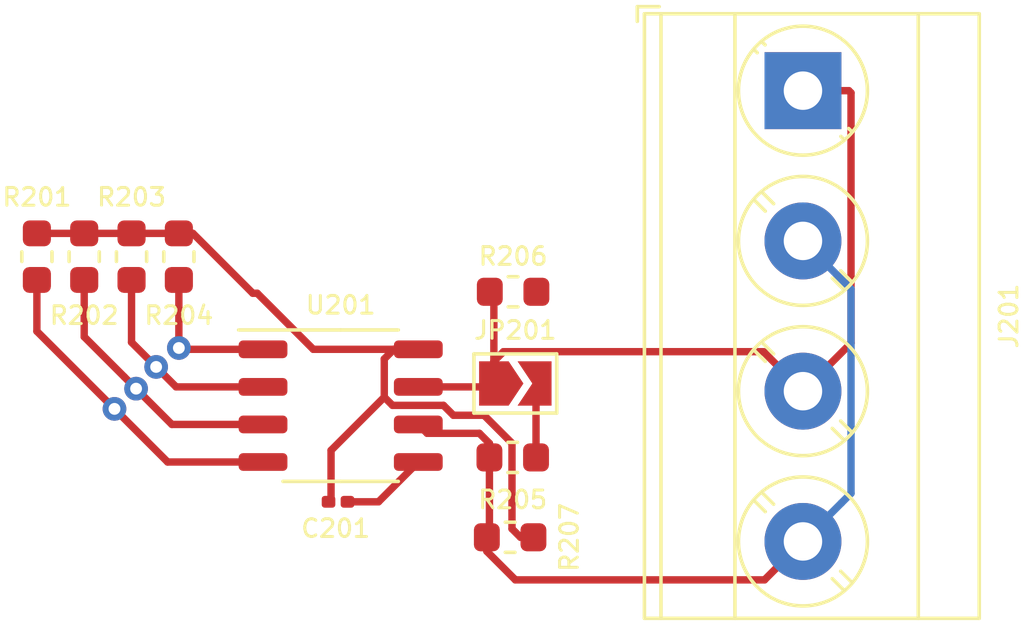
<source format=kicad_pcb>
(kicad_pcb (version 20171130) (host pcbnew 5.1.5+dfsg1-2build2)

  (general
    (thickness 1.6)
    (drawings 0)
    (tracks 75)
    (zones 0)
    (modules 11)
    (nets 10)
  )

  (page A4)
  (layers
    (0 F.Cu signal)
    (31 B.Cu signal)
    (32 B.Adhes user)
    (33 F.Adhes user)
    (34 B.Paste user)
    (35 F.Paste user)
    (36 B.SilkS user)
    (37 F.SilkS user)
    (38 B.Mask user)
    (39 F.Mask user)
    (40 Dwgs.User user)
    (41 Cmts.User user)
    (42 Eco1.User user)
    (43 Eco2.User user)
    (44 Edge.Cuts user)
    (45 Margin user)
    (46 B.CrtYd user)
    (47 F.CrtYd user)
    (48 B.Fab user)
    (49 F.Fab user hide)
  )

  (setup
    (last_trace_width 0.25)
    (trace_clearance 0.2)
    (zone_clearance 0.508)
    (zone_45_only no)
    (trace_min 0.2)
    (via_size 0.8)
    (via_drill 0.4)
    (via_min_size 0.4)
    (via_min_drill 0.3)
    (uvia_size 0.3)
    (uvia_drill 0.1)
    (uvias_allowed no)
    (uvia_min_size 0.2)
    (uvia_min_drill 0.1)
    (edge_width 0.05)
    (segment_width 0.2)
    (pcb_text_width 0.3)
    (pcb_text_size 1.5 1.5)
    (mod_edge_width 0.12)
    (mod_text_size 0.6 0.6)
    (mod_text_width 0.1)
    (pad_size 1.524 1.524)
    (pad_drill 0.762)
    (pad_to_mask_clearance 0.051)
    (solder_mask_min_width 0.25)
    (aux_axis_origin 0 0)
    (visible_elements FFFFFF7F)
    (pcbplotparams
      (layerselection 0x010fc_ffffffff)
      (usegerberextensions false)
      (usegerberattributes false)
      (usegerberadvancedattributes false)
      (creategerberjobfile false)
      (excludeedgelayer true)
      (linewidth 0.100000)
      (plotframeref false)
      (viasonmask false)
      (mode 1)
      (useauxorigin false)
      (hpglpennumber 1)
      (hpglpenspeed 20)
      (hpglpendiameter 15.000000)
      (psnegative false)
      (psa4output false)
      (plotreference true)
      (plotvalue true)
      (plotinvisibletext false)
      (padsonsilk false)
      (subtractmaskfromsilk false)
      (outputformat 1)
      (mirror false)
      (drillshape 1)
      (scaleselection 1)
      (outputdirectory ""))
  )

  (net 0 "")
  (net 1 GND)
  (net 2 +5V)
  (net 3 "Net-(J201-Pad2)")
  (net 4 "Net-(J201-Pad1)")
  (net 5 "Net-(JP201-Pad2)")
  (net 6 /testestestest/Driver_in)
  (net 7 /testestestest/Driver_enable)
  (net 8 /testestestest/Reciever_enable)
  (net 9 /testestestest/Reciever_out)

  (net_class Default "This is the default net class."
    (clearance 0.2)
    (trace_width 0.25)
    (via_dia 0.8)
    (via_drill 0.4)
    (uvia_dia 0.3)
    (uvia_drill 0.1)
    (add_net +5V)
    (add_net /testestestest/Driver_enable)
    (add_net /testestestest/Driver_in)
    (add_net /testestestest/Reciever_enable)
    (add_net /testestestest/Reciever_out)
    (add_net GND)
    (add_net "Net-(J201-Pad1)")
    (add_net "Net-(J201-Pad2)")
    (add_net "Net-(JP201-Pad2)")
  )

  (module Package_SO:SOP-8_3.9x4.9mm_P1.27mm (layer F.Cu) (tedit 5D9F72B1) (tstamp 606BF3FB)
    (at 195.97 75.75)
    (descr "SOP, 8 Pin (http://www.macronix.com/Lists/Datasheet/Attachments/7534/MX25R3235F,%20Wide%20Range,%2032Mb,%20v1.6.pdf#page=79), generated with kicad-footprint-generator ipc_gullwing_generator.py")
    (tags "SOP SO")
    (path /606F1EAE/606F5225)
    (attr smd)
    (fp_text reference U201 (at 0 -3.4) (layer F.SilkS)
      (effects (font (size 0.6 0.6) (thickness 0.1)))
    )
    (fp_text value MAX485E (at 0 3.4) (layer F.Fab)
      (effects (font (size 0.6 0.6) (thickness 0.1)))
    )
    (fp_text user %R (at 0 0) (layer F.Fab)
      (effects (font (size 0.6 0.6) (thickness 0.1)))
    )
    (fp_line (start 3.7 -2.7) (end -3.7 -2.7) (layer F.CrtYd) (width 0.05))
    (fp_line (start 3.7 2.7) (end 3.7 -2.7) (layer F.CrtYd) (width 0.05))
    (fp_line (start -3.7 2.7) (end 3.7 2.7) (layer F.CrtYd) (width 0.05))
    (fp_line (start -3.7 -2.7) (end -3.7 2.7) (layer F.CrtYd) (width 0.05))
    (fp_line (start -1.95 -1.475) (end -0.975 -2.45) (layer F.Fab) (width 0.1))
    (fp_line (start -1.95 2.45) (end -1.95 -1.475) (layer F.Fab) (width 0.1))
    (fp_line (start 1.95 2.45) (end -1.95 2.45) (layer F.Fab) (width 0.1))
    (fp_line (start 1.95 -2.45) (end 1.95 2.45) (layer F.Fab) (width 0.1))
    (fp_line (start -0.975 -2.45) (end 1.95 -2.45) (layer F.Fab) (width 0.1))
    (fp_line (start 0 -2.56) (end -3.45 -2.56) (layer F.SilkS) (width 0.12))
    (fp_line (start 0 -2.56) (end 1.95 -2.56) (layer F.SilkS) (width 0.12))
    (fp_line (start 0 2.56) (end -1.95 2.56) (layer F.SilkS) (width 0.12))
    (fp_line (start 0 2.56) (end 1.95 2.56) (layer F.SilkS) (width 0.12))
    (pad 8 smd roundrect (at 2.625 -1.905) (size 1.65 0.6) (layers F.Cu F.Paste F.Mask) (roundrect_rratio 0.25)
      (net 2 +5V))
    (pad 7 smd roundrect (at 2.625 -0.635) (size 1.65 0.6) (layers F.Cu F.Paste F.Mask) (roundrect_rratio 0.25)
      (net 4 "Net-(J201-Pad1)"))
    (pad 6 smd roundrect (at 2.625 0.635) (size 1.65 0.6) (layers F.Cu F.Paste F.Mask) (roundrect_rratio 0.25)
      (net 3 "Net-(J201-Pad2)"))
    (pad 5 smd roundrect (at 2.625 1.905) (size 1.65 0.6) (layers F.Cu F.Paste F.Mask) (roundrect_rratio 0.25)
      (net 1 GND))
    (pad 4 smd roundrect (at -2.625 1.905) (size 1.65 0.6) (layers F.Cu F.Paste F.Mask) (roundrect_rratio 0.25)
      (net 6 /testestestest/Driver_in))
    (pad 3 smd roundrect (at -2.625 0.635) (size 1.65 0.6) (layers F.Cu F.Paste F.Mask) (roundrect_rratio 0.25)
      (net 7 /testestestest/Driver_enable))
    (pad 2 smd roundrect (at -2.625 -0.635) (size 1.65 0.6) (layers F.Cu F.Paste F.Mask) (roundrect_rratio 0.25)
      (net 8 /testestestest/Reciever_enable))
    (pad 1 smd roundrect (at -2.625 -1.905) (size 1.65 0.6) (layers F.Cu F.Paste F.Mask) (roundrect_rratio 0.25)
      (net 9 /testestestest/Reciever_out))
    (model ${KISYS3DMOD}/Package_SO.3dshapes/SOP-8_3.9x4.9mm_P1.27mm.wrl
      (at (xyz 0 0 0))
      (scale (xyz 1 1 1))
      (rotate (xyz 0 0 0))
    )
  )

  (module Resistor_SMD:R_0603_1608Metric (layer F.Cu) (tedit 5B301BBD) (tstamp 606BF236)
    (at 201.7 80.2)
    (descr "Resistor SMD 0603 (1608 Metric), square (rectangular) end terminal, IPC_7351 nominal, (Body size source: http://www.tortai-tech.com/upload/download/2011102023233369053.pdf), generated with kicad-footprint-generator")
    (tags resistor)
    (path /606F1EAE/606F524D)
    (attr smd)
    (fp_text reference R207 (at 2 0 90) (layer F.SilkS)
      (effects (font (size 0.6 0.6) (thickness 0.1)))
    )
    (fp_text value 20K (at 0 1.43) (layer F.Fab)
      (effects (font (size 0.6 0.6) (thickness 0.1)))
    )
    (fp_text user %R (at 0 0) (layer F.Fab)
      (effects (font (size 0.6 0.6) (thickness 0.1)))
    )
    (fp_line (start 1.48 0.73) (end -1.48 0.73) (layer F.CrtYd) (width 0.05))
    (fp_line (start 1.48 -0.73) (end 1.48 0.73) (layer F.CrtYd) (width 0.05))
    (fp_line (start -1.48 -0.73) (end 1.48 -0.73) (layer F.CrtYd) (width 0.05))
    (fp_line (start -1.48 0.73) (end -1.48 -0.73) (layer F.CrtYd) (width 0.05))
    (fp_line (start -0.162779 0.51) (end 0.162779 0.51) (layer F.SilkS) (width 0.12))
    (fp_line (start -0.162779 -0.51) (end 0.162779 -0.51) (layer F.SilkS) (width 0.12))
    (fp_line (start 0.8 0.4) (end -0.8 0.4) (layer F.Fab) (width 0.1))
    (fp_line (start 0.8 -0.4) (end 0.8 0.4) (layer F.Fab) (width 0.1))
    (fp_line (start -0.8 -0.4) (end 0.8 -0.4) (layer F.Fab) (width 0.1))
    (fp_line (start -0.8 0.4) (end -0.8 -0.4) (layer F.Fab) (width 0.1))
    (pad 2 smd roundrect (at 0.7875 0) (size 0.875 0.95) (layers F.Cu F.Paste F.Mask) (roundrect_rratio 0.25)
      (net 2 +5V))
    (pad 1 smd roundrect (at -0.7875 0) (size 0.875 0.95) (layers F.Cu F.Paste F.Mask) (roundrect_rratio 0.25)
      (net 3 "Net-(J201-Pad2)"))
    (model ${KISYS3DMOD}/Resistor_SMD.3dshapes/R_0603_1608Metric.wrl
      (at (xyz 0 0 0))
      (scale (xyz 1 1 1))
      (rotate (xyz 0 0 0))
    )
  )

  (module Resistor_SMD:R_0603_1608Metric (layer F.Cu) (tedit 5B301BBD) (tstamp 606BF225)
    (at 201.8 71.9 180)
    (descr "Resistor SMD 0603 (1608 Metric), square (rectangular) end terminal, IPC_7351 nominal, (Body size source: http://www.tortai-tech.com/upload/download/2011102023233369053.pdf), generated with kicad-footprint-generator")
    (tags resistor)
    (path /606F1EAE/606F5253)
    (attr smd)
    (fp_text reference R206 (at 0 1.2) (layer F.SilkS)
      (effects (font (size 0.6 0.6) (thickness 0.1)))
    )
    (fp_text value 20K (at 0 1.43) (layer F.Fab)
      (effects (font (size 0.6 0.6) (thickness 0.1)))
    )
    (fp_text user %R (at 0 0) (layer F.Fab)
      (effects (font (size 0.6 0.6) (thickness 0.1)))
    )
    (fp_line (start 1.48 0.73) (end -1.48 0.73) (layer F.CrtYd) (width 0.05))
    (fp_line (start 1.48 -0.73) (end 1.48 0.73) (layer F.CrtYd) (width 0.05))
    (fp_line (start -1.48 -0.73) (end 1.48 -0.73) (layer F.CrtYd) (width 0.05))
    (fp_line (start -1.48 0.73) (end -1.48 -0.73) (layer F.CrtYd) (width 0.05))
    (fp_line (start -0.162779 0.51) (end 0.162779 0.51) (layer F.SilkS) (width 0.12))
    (fp_line (start -0.162779 -0.51) (end 0.162779 -0.51) (layer F.SilkS) (width 0.12))
    (fp_line (start 0.8 0.4) (end -0.8 0.4) (layer F.Fab) (width 0.1))
    (fp_line (start 0.8 -0.4) (end 0.8 0.4) (layer F.Fab) (width 0.1))
    (fp_line (start -0.8 -0.4) (end 0.8 -0.4) (layer F.Fab) (width 0.1))
    (fp_line (start -0.8 0.4) (end -0.8 -0.4) (layer F.Fab) (width 0.1))
    (pad 2 smd roundrect (at 0.7875 0 180) (size 0.875 0.95) (layers F.Cu F.Paste F.Mask) (roundrect_rratio 0.25)
      (net 4 "Net-(J201-Pad1)"))
    (pad 1 smd roundrect (at -0.7875 0 180) (size 0.875 0.95) (layers F.Cu F.Paste F.Mask) (roundrect_rratio 0.25)
      (net 1 GND))
    (model ${KISYS3DMOD}/Resistor_SMD.3dshapes/R_0603_1608Metric.wrl
      (at (xyz 0 0 0))
      (scale (xyz 1 1 1))
      (rotate (xyz 0 0 0))
    )
  )

  (module Resistor_SMD:R_0603_1608Metric (layer F.Cu) (tedit 5B301BBD) (tstamp 606BF214)
    (at 201.7875 77.5 180)
    (descr "Resistor SMD 0603 (1608 Metric), square (rectangular) end terminal, IPC_7351 nominal, (Body size source: http://www.tortai-tech.com/upload/download/2011102023233369053.pdf), generated with kicad-footprint-generator")
    (tags resistor)
    (path /606F1EAE/606F5233)
    (attr smd)
    (fp_text reference R205 (at 0 -1.43) (layer F.SilkS)
      (effects (font (size 0.6 0.6) (thickness 0.1)))
    )
    (fp_text value 120R (at 0 1.43) (layer F.Fab)
      (effects (font (size 0.6 0.6) (thickness 0.1)))
    )
    (fp_text user %R (at 0 0) (layer F.Fab)
      (effects (font (size 0.6 0.6) (thickness 0.1)))
    )
    (fp_line (start 1.48 0.73) (end -1.48 0.73) (layer F.CrtYd) (width 0.05))
    (fp_line (start 1.48 -0.73) (end 1.48 0.73) (layer F.CrtYd) (width 0.05))
    (fp_line (start -1.48 -0.73) (end 1.48 -0.73) (layer F.CrtYd) (width 0.05))
    (fp_line (start -1.48 0.73) (end -1.48 -0.73) (layer F.CrtYd) (width 0.05))
    (fp_line (start -0.162779 0.51) (end 0.162779 0.51) (layer F.SilkS) (width 0.12))
    (fp_line (start -0.162779 -0.51) (end 0.162779 -0.51) (layer F.SilkS) (width 0.12))
    (fp_line (start 0.8 0.4) (end -0.8 0.4) (layer F.Fab) (width 0.1))
    (fp_line (start 0.8 -0.4) (end 0.8 0.4) (layer F.Fab) (width 0.1))
    (fp_line (start -0.8 -0.4) (end 0.8 -0.4) (layer F.Fab) (width 0.1))
    (fp_line (start -0.8 0.4) (end -0.8 -0.4) (layer F.Fab) (width 0.1))
    (pad 2 smd roundrect (at 0.7875 0 180) (size 0.875 0.95) (layers F.Cu F.Paste F.Mask) (roundrect_rratio 0.25)
      (net 3 "Net-(J201-Pad2)"))
    (pad 1 smd roundrect (at -0.7875 0 180) (size 0.875 0.95) (layers F.Cu F.Paste F.Mask) (roundrect_rratio 0.25)
      (net 5 "Net-(JP201-Pad2)"))
    (model ${KISYS3DMOD}/Resistor_SMD.3dshapes/R_0603_1608Metric.wrl
      (at (xyz 0 0 0))
      (scale (xyz 1 1 1))
      (rotate (xyz 0 0 0))
    )
  )

  (module Resistor_SMD:R_0603_1608Metric (layer F.Cu) (tedit 5B301BBD) (tstamp 606BF203)
    (at 190.5 70.7125 270)
    (descr "Resistor SMD 0603 (1608 Metric), square (rectangular) end terminal, IPC_7351 nominal, (Body size source: http://www.tortai-tech.com/upload/download/2011102023233369053.pdf), generated with kicad-footprint-generator")
    (tags resistor)
    (path /606F1EAE/606F5296)
    (attr smd)
    (fp_text reference R204 (at 1.9875 0 180) (layer F.SilkS)
      (effects (font (size 0.6 0.6) (thickness 0.1)))
    )
    (fp_text value 10K (at 0 1.43 90) (layer F.Fab)
      (effects (font (size 0.6 0.6) (thickness 0.1)))
    )
    (fp_text user %R (at 0 0 90) (layer F.Fab)
      (effects (font (size 0.6 0.6) (thickness 0.1)))
    )
    (fp_line (start 1.48 0.73) (end -1.48 0.73) (layer F.CrtYd) (width 0.05))
    (fp_line (start 1.48 -0.73) (end 1.48 0.73) (layer F.CrtYd) (width 0.05))
    (fp_line (start -1.48 -0.73) (end 1.48 -0.73) (layer F.CrtYd) (width 0.05))
    (fp_line (start -1.48 0.73) (end -1.48 -0.73) (layer F.CrtYd) (width 0.05))
    (fp_line (start -0.162779 0.51) (end 0.162779 0.51) (layer F.SilkS) (width 0.12))
    (fp_line (start -0.162779 -0.51) (end 0.162779 -0.51) (layer F.SilkS) (width 0.12))
    (fp_line (start 0.8 0.4) (end -0.8 0.4) (layer F.Fab) (width 0.1))
    (fp_line (start 0.8 -0.4) (end 0.8 0.4) (layer F.Fab) (width 0.1))
    (fp_line (start -0.8 -0.4) (end 0.8 -0.4) (layer F.Fab) (width 0.1))
    (fp_line (start -0.8 0.4) (end -0.8 -0.4) (layer F.Fab) (width 0.1))
    (pad 2 smd roundrect (at 0.7875 0 270) (size 0.875 0.95) (layers F.Cu F.Paste F.Mask) (roundrect_rratio 0.25)
      (net 9 /testestestest/Reciever_out))
    (pad 1 smd roundrect (at -0.7875 0 270) (size 0.875 0.95) (layers F.Cu F.Paste F.Mask) (roundrect_rratio 0.25)
      (net 2 +5V))
    (model ${KISYS3DMOD}/Resistor_SMD.3dshapes/R_0603_1608Metric.wrl
      (at (xyz 0 0 0))
      (scale (xyz 1 1 1))
      (rotate (xyz 0 0 0))
    )
  )

  (module Resistor_SMD:R_0603_1608Metric (layer F.Cu) (tedit 5B301BBD) (tstamp 606BF1F2)
    (at 188.9 70.7125 270)
    (descr "Resistor SMD 0603 (1608 Metric), square (rectangular) end terminal, IPC_7351 nominal, (Body size source: http://www.tortai-tech.com/upload/download/2011102023233369053.pdf), generated with kicad-footprint-generator")
    (tags resistor)
    (path /606F1EAE/606F527C)
    (attr smd)
    (fp_text reference R203 (at -2.0125 0 180) (layer F.SilkS)
      (effects (font (size 0.6 0.6) (thickness 0.1)))
    )
    (fp_text value 10K (at 0 1.43 90) (layer F.Fab)
      (effects (font (size 0.6 0.6) (thickness 0.1)))
    )
    (fp_text user %R (at 0 0 90) (layer F.Fab)
      (effects (font (size 0.6 0.6) (thickness 0.1)))
    )
    (fp_line (start 1.48 0.73) (end -1.48 0.73) (layer F.CrtYd) (width 0.05))
    (fp_line (start 1.48 -0.73) (end 1.48 0.73) (layer F.CrtYd) (width 0.05))
    (fp_line (start -1.48 -0.73) (end 1.48 -0.73) (layer F.CrtYd) (width 0.05))
    (fp_line (start -1.48 0.73) (end -1.48 -0.73) (layer F.CrtYd) (width 0.05))
    (fp_line (start -0.162779 0.51) (end 0.162779 0.51) (layer F.SilkS) (width 0.12))
    (fp_line (start -0.162779 -0.51) (end 0.162779 -0.51) (layer F.SilkS) (width 0.12))
    (fp_line (start 0.8 0.4) (end -0.8 0.4) (layer F.Fab) (width 0.1))
    (fp_line (start 0.8 -0.4) (end 0.8 0.4) (layer F.Fab) (width 0.1))
    (fp_line (start -0.8 -0.4) (end 0.8 -0.4) (layer F.Fab) (width 0.1))
    (fp_line (start -0.8 0.4) (end -0.8 -0.4) (layer F.Fab) (width 0.1))
    (pad 2 smd roundrect (at 0.7875 0 270) (size 0.875 0.95) (layers F.Cu F.Paste F.Mask) (roundrect_rratio 0.25)
      (net 8 /testestestest/Reciever_enable))
    (pad 1 smd roundrect (at -0.7875 0 270) (size 0.875 0.95) (layers F.Cu F.Paste F.Mask) (roundrect_rratio 0.25)
      (net 2 +5V))
    (model ${KISYS3DMOD}/Resistor_SMD.3dshapes/R_0603_1608Metric.wrl
      (at (xyz 0 0 0))
      (scale (xyz 1 1 1))
      (rotate (xyz 0 0 0))
    )
  )

  (module Resistor_SMD:R_0603_1608Metric (layer F.Cu) (tedit 5B301BBD) (tstamp 606BF1E1)
    (at 187.3 70.7125 270)
    (descr "Resistor SMD 0603 (1608 Metric), square (rectangular) end terminal, IPC_7351 nominal, (Body size source: http://www.tortai-tech.com/upload/download/2011102023233369053.pdf), generated with kicad-footprint-generator")
    (tags resistor)
    (path /606F1EAE/606F5282)
    (attr smd)
    (fp_text reference R202 (at 1.9875 0 180) (layer F.SilkS)
      (effects (font (size 0.6 0.6) (thickness 0.1)))
    )
    (fp_text value 10K (at 0 1.43 90) (layer F.Fab)
      (effects (font (size 0.6 0.6) (thickness 0.1)))
    )
    (fp_text user %R (at 0 0 90) (layer F.Fab)
      (effects (font (size 0.6 0.6) (thickness 0.1)))
    )
    (fp_line (start 1.48 0.73) (end -1.48 0.73) (layer F.CrtYd) (width 0.05))
    (fp_line (start 1.48 -0.73) (end 1.48 0.73) (layer F.CrtYd) (width 0.05))
    (fp_line (start -1.48 -0.73) (end 1.48 -0.73) (layer F.CrtYd) (width 0.05))
    (fp_line (start -1.48 0.73) (end -1.48 -0.73) (layer F.CrtYd) (width 0.05))
    (fp_line (start -0.162779 0.51) (end 0.162779 0.51) (layer F.SilkS) (width 0.12))
    (fp_line (start -0.162779 -0.51) (end 0.162779 -0.51) (layer F.SilkS) (width 0.12))
    (fp_line (start 0.8 0.4) (end -0.8 0.4) (layer F.Fab) (width 0.1))
    (fp_line (start 0.8 -0.4) (end 0.8 0.4) (layer F.Fab) (width 0.1))
    (fp_line (start -0.8 -0.4) (end 0.8 -0.4) (layer F.Fab) (width 0.1))
    (fp_line (start -0.8 0.4) (end -0.8 -0.4) (layer F.Fab) (width 0.1))
    (pad 2 smd roundrect (at 0.7875 0 270) (size 0.875 0.95) (layers F.Cu F.Paste F.Mask) (roundrect_rratio 0.25)
      (net 7 /testestestest/Driver_enable))
    (pad 1 smd roundrect (at -0.7875 0 270) (size 0.875 0.95) (layers F.Cu F.Paste F.Mask) (roundrect_rratio 0.25)
      (net 2 +5V))
    (model ${KISYS3DMOD}/Resistor_SMD.3dshapes/R_0603_1608Metric.wrl
      (at (xyz 0 0 0))
      (scale (xyz 1 1 1))
      (rotate (xyz 0 0 0))
    )
  )

  (module Resistor_SMD:R_0603_1608Metric (layer F.Cu) (tedit 5B301BBD) (tstamp 606BF1D0)
    (at 185.7 70.7125 270)
    (descr "Resistor SMD 0603 (1608 Metric), square (rectangular) end terminal, IPC_7351 nominal, (Body size source: http://www.tortai-tech.com/upload/download/2011102023233369053.pdf), generated with kicad-footprint-generator")
    (tags resistor)
    (path /606F1EAE/606F5288)
    (attr smd)
    (fp_text reference R201 (at -2.0125 0 180) (layer F.SilkS)
      (effects (font (size 0.6 0.6) (thickness 0.1)))
    )
    (fp_text value 10K (at 0 1.43 90) (layer F.Fab)
      (effects (font (size 0.6 0.6) (thickness 0.1)))
    )
    (fp_text user %R (at 0 0 90) (layer F.Fab)
      (effects (font (size 0.6 0.6) (thickness 0.1)))
    )
    (fp_line (start 1.48 0.73) (end -1.48 0.73) (layer F.CrtYd) (width 0.05))
    (fp_line (start 1.48 -0.73) (end 1.48 0.73) (layer F.CrtYd) (width 0.05))
    (fp_line (start -1.48 -0.73) (end 1.48 -0.73) (layer F.CrtYd) (width 0.05))
    (fp_line (start -1.48 0.73) (end -1.48 -0.73) (layer F.CrtYd) (width 0.05))
    (fp_line (start -0.162779 0.51) (end 0.162779 0.51) (layer F.SilkS) (width 0.12))
    (fp_line (start -0.162779 -0.51) (end 0.162779 -0.51) (layer F.SilkS) (width 0.12))
    (fp_line (start 0.8 0.4) (end -0.8 0.4) (layer F.Fab) (width 0.1))
    (fp_line (start 0.8 -0.4) (end 0.8 0.4) (layer F.Fab) (width 0.1))
    (fp_line (start -0.8 -0.4) (end 0.8 -0.4) (layer F.Fab) (width 0.1))
    (fp_line (start -0.8 0.4) (end -0.8 -0.4) (layer F.Fab) (width 0.1))
    (pad 2 smd roundrect (at 0.7875 0 270) (size 0.875 0.95) (layers F.Cu F.Paste F.Mask) (roundrect_rratio 0.25)
      (net 6 /testestestest/Driver_in))
    (pad 1 smd roundrect (at -0.7875 0 270) (size 0.875 0.95) (layers F.Cu F.Paste F.Mask) (roundrect_rratio 0.25)
      (net 2 +5V))
    (model ${KISYS3DMOD}/Resistor_SMD.3dshapes/R_0603_1608Metric.wrl
      (at (xyz 0 0 0))
      (scale (xyz 1 1 1))
      (rotate (xyz 0 0 0))
    )
  )

  (module Jumper:SolderJumper-2_P1.3mm_Open_TrianglePad1.0x1.5mm (layer F.Cu) (tedit 5A64794F) (tstamp 606BF1BF)
    (at 201.875 75)
    (descr "SMD Solder Jumper, 1x1.5mm Triangular Pads, 0.3mm gap, open")
    (tags "solder jumper open")
    (path /606F1EAE/606F522B)
    (attr virtual)
    (fp_text reference JP201 (at 0 -1.8) (layer F.SilkS)
      (effects (font (size 0.6 0.6) (thickness 0.1)))
    )
    (fp_text value "bus terminator" (at 0 1.9) (layer F.Fab)
      (effects (font (size 0.6 0.6) (thickness 0.1)))
    )
    (fp_line (start 1.65 1.25) (end -1.65 1.25) (layer F.CrtYd) (width 0.05))
    (fp_line (start 1.65 1.25) (end 1.65 -1.25) (layer F.CrtYd) (width 0.05))
    (fp_line (start -1.65 -1.25) (end -1.65 1.25) (layer F.CrtYd) (width 0.05))
    (fp_line (start -1.65 -1.25) (end 1.65 -1.25) (layer F.CrtYd) (width 0.05))
    (fp_line (start -1.4 -1) (end 1.4 -1) (layer F.SilkS) (width 0.12))
    (fp_line (start 1.4 -1) (end 1.4 1) (layer F.SilkS) (width 0.12))
    (fp_line (start 1.4 1) (end -1.4 1) (layer F.SilkS) (width 0.12))
    (fp_line (start -1.4 1) (end -1.4 -1) (layer F.SilkS) (width 0.12))
    (pad 1 smd custom (at -0.725 0) (size 0.3 0.3) (layers F.Cu F.Mask)
      (net 4 "Net-(J201-Pad1)") (zone_connect 2)
      (options (clearance outline) (anchor rect))
      (primitives
        (gr_poly (pts
           (xy -0.5 -0.75) (xy 0.5 -0.75) (xy 1 0) (xy 0.5 0.75) (xy -0.5 0.75)
) (width 0))
      ))
    (pad 2 smd custom (at 0.725 0) (size 0.3 0.3) (layers F.Cu F.Mask)
      (net 5 "Net-(JP201-Pad2)") (zone_connect 2)
      (options (clearance outline) (anchor rect))
      (primitives
        (gr_poly (pts
           (xy -0.65 -0.75) (xy 0.5 -0.75) (xy 0.5 0.75) (xy -0.65 0.75) (xy -0.15 0)
) (width 0))
      ))
  )

  (module TerminalBlock_Phoenix:TerminalBlock_Phoenix_MKDS-3-4-5.08_1x04_P5.08mm_Horizontal (layer F.Cu) (tedit 5B294F11) (tstamp 606BF1B1)
    (at 211.6 65.1 270)
    (descr "Terminal Block Phoenix MKDS-3-4-5.08, 4 pins, pitch 5.08mm, size 20.3x11.2mm^2, drill diamater 1.3mm, pad diameter 2.6mm, see http://www.farnell.com/datasheets/2138224.pdf, script-generated using https://github.com/pointhi/kicad-footprint-generator/scripts/TerminalBlock_Phoenix")
    (tags "THT Terminal Block Phoenix MKDS-3-4-5.08 pitch 5.08mm size 20.3x11.2mm^2 drill 1.3mm pad 2.6mm")
    (path /606F1EAE/606F526C)
    (fp_text reference J201 (at 7.62 -6.96 90) (layer F.SilkS)
      (effects (font (size 0.6 0.6) (thickness 0.1)))
    )
    (fp_text value "RS485 out" (at 7.62 6.36 90) (layer F.Fab)
      (effects (font (size 0.6 0.6) (thickness 0.1)))
    )
    (fp_text user %R (at 7.62 3.1 90) (layer F.Fab)
      (effects (font (size 0.6 0.6) (thickness 0.1)))
    )
    (fp_line (start 18.28 -6.4) (end -3.04 -6.4) (layer F.CrtYd) (width 0.05))
    (fp_line (start 18.28 5.8) (end 18.28 -6.4) (layer F.CrtYd) (width 0.05))
    (fp_line (start -3.04 5.8) (end 18.28 5.8) (layer F.CrtYd) (width 0.05))
    (fp_line (start -3.04 -6.4) (end -3.04 5.8) (layer F.CrtYd) (width 0.05))
    (fp_line (start -2.84 5.6) (end -2.34 5.6) (layer F.SilkS) (width 0.12))
    (fp_line (start -2.84 4.86) (end -2.84 5.6) (layer F.SilkS) (width 0.12))
    (fp_line (start 13.982 0.992) (end 13.587 1.388) (layer F.SilkS) (width 0.12))
    (fp_line (start 16.628 -1.654) (end 16.248 -1.274) (layer F.SilkS) (width 0.12))
    (fp_line (start 14.233 1.274) (end 13.853 1.654) (layer F.SilkS) (width 0.12))
    (fp_line (start 16.894 -1.388) (end 16.499 -0.992) (layer F.SilkS) (width 0.12))
    (fp_line (start 16.513 -1.517) (end 13.724 1.273) (layer F.Fab) (width 0.1))
    (fp_line (start 16.757 -1.273) (end 13.968 1.517) (layer F.Fab) (width 0.1))
    (fp_line (start 8.902 0.992) (end 8.507 1.388) (layer F.SilkS) (width 0.12))
    (fp_line (start 11.548 -1.654) (end 11.168 -1.274) (layer F.SilkS) (width 0.12))
    (fp_line (start 9.153 1.274) (end 8.773 1.654) (layer F.SilkS) (width 0.12))
    (fp_line (start 11.814 -1.388) (end 11.419 -0.992) (layer F.SilkS) (width 0.12))
    (fp_line (start 11.433 -1.517) (end 8.644 1.273) (layer F.Fab) (width 0.1))
    (fp_line (start 11.677 -1.273) (end 8.888 1.517) (layer F.Fab) (width 0.1))
    (fp_line (start 3.822 0.992) (end 3.427 1.388) (layer F.SilkS) (width 0.12))
    (fp_line (start 6.468 -1.654) (end 6.088 -1.274) (layer F.SilkS) (width 0.12))
    (fp_line (start 4.073 1.274) (end 3.693 1.654) (layer F.SilkS) (width 0.12))
    (fp_line (start 6.734 -1.388) (end 6.339 -0.992) (layer F.SilkS) (width 0.12))
    (fp_line (start 6.353 -1.517) (end 3.564 1.273) (layer F.Fab) (width 0.1))
    (fp_line (start 6.597 -1.273) (end 3.808 1.517) (layer F.Fab) (width 0.1))
    (fp_line (start -1.548 1.281) (end -1.654 1.388) (layer F.SilkS) (width 0.12))
    (fp_line (start 1.388 -1.654) (end 1.281 -1.547) (layer F.SilkS) (width 0.12))
    (fp_line (start -1.282 1.547) (end -1.388 1.654) (layer F.SilkS) (width 0.12))
    (fp_line (start 1.654 -1.388) (end 1.547 -1.281) (layer F.SilkS) (width 0.12))
    (fp_line (start 1.273 -1.517) (end -1.517 1.273) (layer F.Fab) (width 0.1))
    (fp_line (start 1.517 -1.273) (end -1.273 1.517) (layer F.Fab) (width 0.1))
    (fp_line (start 17.84 -5.96) (end 17.84 5.36) (layer F.SilkS) (width 0.12))
    (fp_line (start -2.6 -5.96) (end -2.6 5.36) (layer F.SilkS) (width 0.12))
    (fp_line (start -2.6 5.36) (end 17.84 5.36) (layer F.SilkS) (width 0.12))
    (fp_line (start -2.6 -5.96) (end 17.84 -5.96) (layer F.SilkS) (width 0.12))
    (fp_line (start -2.6 -3.9) (end 17.84 -3.9) (layer F.SilkS) (width 0.12))
    (fp_line (start -2.54 -3.9) (end 17.78 -3.9) (layer F.Fab) (width 0.1))
    (fp_line (start -2.6 2.3) (end 17.84 2.3) (layer F.SilkS) (width 0.12))
    (fp_line (start -2.54 2.3) (end 17.78 2.3) (layer F.Fab) (width 0.1))
    (fp_line (start -2.6 4.8) (end 17.84 4.8) (layer F.SilkS) (width 0.12))
    (fp_line (start -2.54 4.8) (end 17.78 4.8) (layer F.Fab) (width 0.1))
    (fp_line (start -2.54 4.8) (end -2.54 -5.9) (layer F.Fab) (width 0.1))
    (fp_line (start -2.04 5.3) (end -2.54 4.8) (layer F.Fab) (width 0.1))
    (fp_line (start 17.78 5.3) (end -2.04 5.3) (layer F.Fab) (width 0.1))
    (fp_line (start 17.78 -5.9) (end 17.78 5.3) (layer F.Fab) (width 0.1))
    (fp_line (start -2.54 -5.9) (end 17.78 -5.9) (layer F.Fab) (width 0.1))
    (fp_circle (center 15.24 0) (end 17.42 0) (layer F.SilkS) (width 0.12))
    (fp_circle (center 15.24 0) (end 17.24 0) (layer F.Fab) (width 0.1))
    (fp_circle (center 10.16 0) (end 12.34 0) (layer F.SilkS) (width 0.12))
    (fp_circle (center 10.16 0) (end 12.16 0) (layer F.Fab) (width 0.1))
    (fp_circle (center 5.08 0) (end 7.26 0) (layer F.SilkS) (width 0.12))
    (fp_circle (center 5.08 0) (end 7.08 0) (layer F.Fab) (width 0.1))
    (fp_circle (center 0 0) (end 2.18 0) (layer F.SilkS) (width 0.12))
    (fp_circle (center 0 0) (end 2 0) (layer F.Fab) (width 0.1))
    (pad 4 thru_hole circle (at 15.24 0 270) (size 2.6 2.6) (drill 1.3) (layers *.Cu *.Mask)
      (net 3 "Net-(J201-Pad2)"))
    (pad 3 thru_hole circle (at 10.16 0 270) (size 2.6 2.6) (drill 1.3) (layers *.Cu *.Mask)
      (net 4 "Net-(J201-Pad1)"))
    (pad 2 thru_hole circle (at 5.08 0 270) (size 2.6 2.6) (drill 1.3) (layers *.Cu *.Mask)
      (net 3 "Net-(J201-Pad2)"))
    (pad 1 thru_hole rect (at 0 0 270) (size 2.6 2.6) (drill 1.3) (layers *.Cu *.Mask)
      (net 4 "Net-(J201-Pad1)"))
    (model ${KISYS3DMOD}/TerminalBlock_Phoenix.3dshapes/TerminalBlock_Phoenix_MKDS-3-4-5.08_1x04_P5.08mm_Horizontal.wrl
      (at (xyz 0 0 0))
      (scale (xyz 1 1 1))
      (rotate (xyz 0 0 0))
    )
  )

  (module Capacitor_SMD:C_0201_0603Metric (layer F.Cu) (tedit 5B301BBE) (tstamp 606BF173)
    (at 195.88 79)
    (descr "Capacitor SMD 0201 (0603 Metric), square (rectangular) end terminal, IPC_7351 nominal, (Body size source: https://www.vishay.com/docs/20052/crcw0201e3.pdf), generated with kicad-footprint-generator")
    (tags capacitor)
    (path /606F1EAE/606F64A9)
    (attr smd)
    (fp_text reference C201 (at -0.08 0.9) (layer F.SilkS)
      (effects (font (size 0.6 0.6) (thickness 0.1)))
    )
    (fp_text value 100nf (at 0 1.05) (layer F.Fab)
      (effects (font (size 0.6 0.6) (thickness 0.1)))
    )
    (fp_text user %R (at 0 -0.68) (layer F.Fab)
      (effects (font (size 0.6 0.6) (thickness 0.1)))
    )
    (fp_line (start 0.7 0.35) (end -0.7 0.35) (layer F.CrtYd) (width 0.05))
    (fp_line (start 0.7 -0.35) (end 0.7 0.35) (layer F.CrtYd) (width 0.05))
    (fp_line (start -0.7 -0.35) (end 0.7 -0.35) (layer F.CrtYd) (width 0.05))
    (fp_line (start -0.7 0.35) (end -0.7 -0.35) (layer F.CrtYd) (width 0.05))
    (fp_line (start 0.3 0.15) (end -0.3 0.15) (layer F.Fab) (width 0.1))
    (fp_line (start 0.3 -0.15) (end 0.3 0.15) (layer F.Fab) (width 0.1))
    (fp_line (start -0.3 -0.15) (end 0.3 -0.15) (layer F.Fab) (width 0.1))
    (fp_line (start -0.3 0.15) (end -0.3 -0.15) (layer F.Fab) (width 0.1))
    (pad 2 smd roundrect (at 0.32 0) (size 0.46 0.4) (layers F.Cu F.Mask) (roundrect_rratio 0.25)
      (net 1 GND))
    (pad 1 smd roundrect (at -0.32 0) (size 0.46 0.4) (layers F.Cu F.Mask) (roundrect_rratio 0.25)
      (net 2 +5V))
    (pad "" smd roundrect (at 0.345 0) (size 0.318 0.36) (layers F.Paste) (roundrect_rratio 0.25))
    (pad "" smd roundrect (at -0.345 0) (size 0.318 0.36) (layers F.Paste) (roundrect_rratio 0.25))
    (model ${KISYS3DMOD}/Capacitor_SMD.3dshapes/C_0201_0603Metric.wrl
      (at (xyz 0 0 0))
      (scale (xyz 1 1 1))
      (rotate (xyz 0 0 0))
    )
  )

  (segment (start 197.25 79) (end 198.595 77.655) (width 0.25) (layer F.Cu) (net 1))
  (segment (start 196.2 79) (end 197.25 79) (width 0.25) (layer F.Cu) (net 1))
  (segment (start 197.44499 75.461758) (end 197.44499 74.17001) (width 0.25) (layer F.Cu) (net 2))
  (segment (start 197.723242 75.74001) (end 197.44499 75.461758) (width 0.25) (layer F.Cu) (net 2))
  (segment (start 197.44499 74.17001) (end 197.77 73.845) (width 0.25) (layer F.Cu) (net 2))
  (segment (start 199.446778 75.74001) (end 197.723242 75.74001) (width 0.25) (layer F.Cu) (net 2))
  (segment (start 199.781778 76.07501) (end 199.446778 75.74001) (width 0.25) (layer F.Cu) (net 2))
  (segment (start 200.819004 76.07501) (end 199.781778 76.07501) (width 0.25) (layer F.Cu) (net 2))
  (segment (start 201.76251 77.018516) (end 200.819004 76.07501) (width 0.25) (layer F.Cu) (net 2))
  (segment (start 201.76251 79.91251) (end 201.76251 77.018516) (width 0.25) (layer F.Cu) (net 2))
  (segment (start 202.05 80.2) (end 201.76251 79.91251) (width 0.25) (layer F.Cu) (net 2))
  (segment (start 202.4875 80.2) (end 202.05 80.2) (width 0.25) (layer F.Cu) (net 2))
  (segment (start 198.345 73.845) (end 198.595 73.845) (width 0.25) (layer F.Cu) (net 2))
  (segment (start 197.77 73.845) (end 198.345 73.845) (width 0.25) (layer F.Cu) (net 2))
  (segment (start 185.7 69.925) (end 187.3 69.925) (width 0.25) (layer F.Cu) (net 2))
  (segment (start 187.3 69.925) (end 188.9 69.925) (width 0.25) (layer F.Cu) (net 2))
  (segment (start 188.9 69.925) (end 190.5 69.925) (width 0.25) (layer F.Cu) (net 2))
  (segment (start 190.975 69.925) (end 193 71.95) (width 0.25) (layer F.Cu) (net 2))
  (segment (start 190.5 69.925) (end 190.975 69.925) (width 0.25) (layer F.Cu) (net 2))
  (segment (start 193 71.95) (end 193.15 71.95) (width 0.25) (layer F.Cu) (net 2))
  (segment (start 195.045 73.845) (end 198.595 73.845) (width 0.25) (layer F.Cu) (net 2))
  (segment (start 193.15 71.95) (end 195.045 73.845) (width 0.25) (layer F.Cu) (net 2))
  (segment (start 195.64499 77.261758) (end 197.44499 75.461758) (width 0.25) (layer F.Cu) (net 2))
  (segment (start 195.6 79) (end 195.64499 78.95501) (width 0.25) (layer F.Cu) (net 2))
  (segment (start 195.64499 78.95501) (end 195.64499 77.261758) (width 0.25) (layer F.Cu) (net 2))
  (segment (start 195.56 79) (end 195.6 79) (width 0.25) (layer F.Cu) (net 2))
  (segment (start 201 80.1125) (end 200.9125 80.2) (width 0.25) (layer F.Cu) (net 3))
  (segment (start 201 77.5) (end 201 80.1125) (width 0.25) (layer F.Cu) (net 3))
  (segment (start 212.899999 79.040001) (end 211.6 80.34) (width 0.25) (layer B.Cu) (net 3))
  (segment (start 213.225001 78.714999) (end 212.899999 79.040001) (width 0.25) (layer B.Cu) (net 3))
  (segment (start 213.225001 71.805001) (end 213.225001 78.714999) (width 0.25) (layer B.Cu) (net 3))
  (segment (start 211.6 70.18) (end 213.225001 71.805001) (width 0.25) (layer B.Cu) (net 3))
  (segment (start 201 77.025) (end 201 77.5) (width 0.25) (layer F.Cu) (net 3))
  (segment (start 200.66 76.685) (end 201 77.025) (width 0.25) (layer F.Cu) (net 3))
  (segment (start 198.895 76.685) (end 200.66 76.685) (width 0.25) (layer F.Cu) (net 3))
  (segment (start 198.595 76.385) (end 198.895 76.685) (width 0.25) (layer F.Cu) (net 3))
  (segment (start 210.300001 81.639999) (end 211.6 80.34) (width 0.25) (layer F.Cu) (net 3))
  (segment (start 201.877499 81.639999) (end 210.300001 81.639999) (width 0.25) (layer F.Cu) (net 3))
  (segment (start 200.9125 80.675) (end 201.877499 81.639999) (width 0.25) (layer F.Cu) (net 3))
  (segment (start 200.9125 80.2) (end 200.9125 80.675) (width 0.25) (layer F.Cu) (net 3))
  (segment (start 201.035 75.115) (end 201.15 75) (width 0.25) (layer F.Cu) (net 4))
  (segment (start 198.595 75.115) (end 201.035 75.115) (width 0.25) (layer F.Cu) (net 4))
  (segment (start 201.15 72.0375) (end 201.0125 71.9) (width 0.25) (layer F.Cu) (net 4))
  (segment (start 201.15 75) (end 201.15 72.0375) (width 0.25) (layer F.Cu) (net 4))
  (segment (start 210.26499 73.92499) (end 210.300001 73.960001) (width 0.25) (layer F.Cu) (net 4))
  (segment (start 201.47501 73.92499) (end 210.26499 73.92499) (width 0.25) (layer F.Cu) (net 4))
  (segment (start 201.15 74.25) (end 201.47501 73.92499) (width 0.25) (layer F.Cu) (net 4))
  (segment (start 210.300001 73.960001) (end 211.6 75.26) (width 0.25) (layer F.Cu) (net 4))
  (segment (start 201.15 75) (end 201.15 74.25) (width 0.25) (layer F.Cu) (net 4))
  (segment (start 213.15 65.1) (end 211.6 65.1) (width 0.25) (layer F.Cu) (net 4))
  (segment (start 213.225001 65.175001) (end 213.15 65.1) (width 0.25) (layer F.Cu) (net 4))
  (segment (start 213.225001 73.634999) (end 213.225001 65.175001) (width 0.25) (layer F.Cu) (net 4))
  (segment (start 211.6 75.26) (end 213.225001 73.634999) (width 0.25) (layer F.Cu) (net 4))
  (segment (start 202.575 75.025) (end 202.6 75) (width 0.25) (layer F.Cu) (net 5))
  (segment (start 202.575 77.5) (end 202.575 75.025) (width 0.25) (layer F.Cu) (net 5))
  (via (at 188.323647 75.858545) (size 0.8) (drill 0.4) (layers F.Cu B.Cu) (net 6))
  (segment (start 190.120102 77.655) (end 188.323647 75.858545) (width 0.25) (layer F.Cu) (net 6))
  (segment (start 193.345 77.655) (end 190.120102 77.655) (width 0.25) (layer F.Cu) (net 6))
  (segment (start 185.7 73.234898) (end 188.323647 75.858545) (width 0.25) (layer F.Cu) (net 6))
  (segment (start 185.7 71.5) (end 185.7 73.234898) (width 0.25) (layer F.Cu) (net 6))
  (via (at 189.053892 75.175356) (size 0.8) (drill 0.4) (layers F.Cu B.Cu) (net 7))
  (segment (start 190.263536 76.385) (end 189.053892 75.175356) (width 0.25) (layer F.Cu) (net 7))
  (segment (start 193.345 76.385) (end 190.263536 76.385) (width 0.25) (layer F.Cu) (net 7))
  (segment (start 188.653893 74.775357) (end 189.053892 75.175356) (width 0.25) (layer F.Cu) (net 7))
  (segment (start 187.3 73.421464) (end 188.653893 74.775357) (width 0.25) (layer F.Cu) (net 7))
  (segment (start 187.3 71.5) (end 187.3 73.421464) (width 0.25) (layer F.Cu) (net 7))
  (via (at 189.731777 74.440186) (size 0.8) (drill 0.4) (layers F.Cu B.Cu) (net 8))
  (segment (start 190.406591 75.115) (end 189.731777 74.440186) (width 0.25) (layer F.Cu) (net 8))
  (segment (start 193.345 75.115) (end 190.406591 75.115) (width 0.25) (layer F.Cu) (net 8))
  (segment (start 188.9 73.608409) (end 189.731777 74.440186) (width 0.25) (layer F.Cu) (net 8))
  (segment (start 188.9 71.5) (end 188.9 73.608409) (width 0.25) (layer F.Cu) (net 8))
  (via (at 190.5 73.8) (size 0.8) (drill 0.4) (layers F.Cu B.Cu) (net 9))
  (segment (start 190.545 73.845) (end 190.5 73.8) (width 0.25) (layer F.Cu) (net 9))
  (segment (start 193.345 73.845) (end 190.545 73.845) (width 0.25) (layer F.Cu) (net 9))
  (segment (start 190.5 71.5) (end 190.5 73.8) (width 0.25) (layer F.Cu) (net 9))

)

</source>
